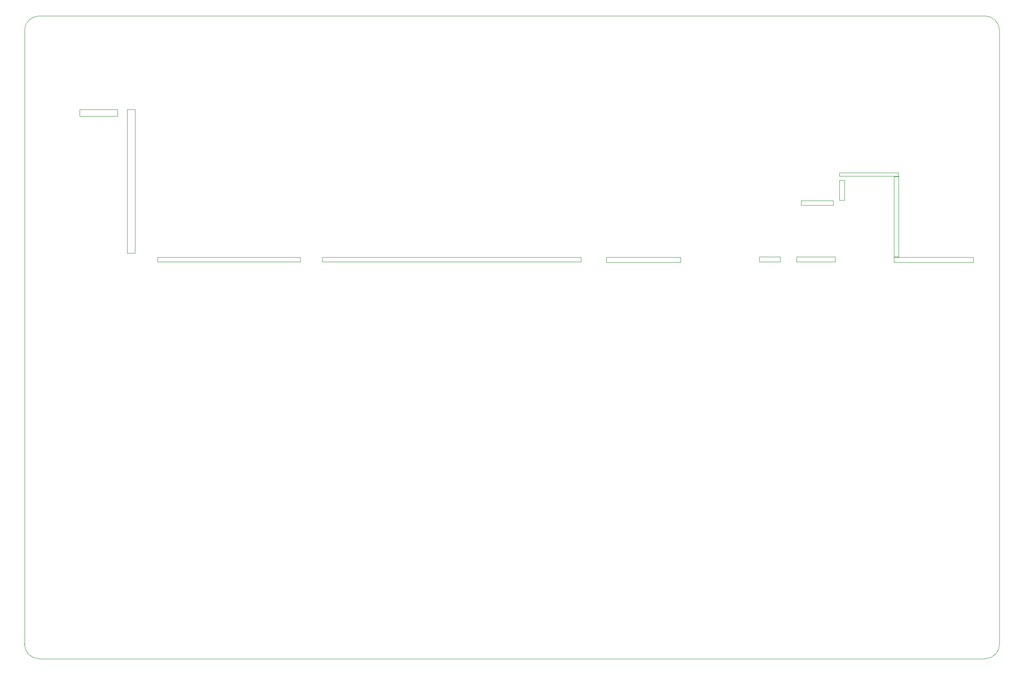
<source format=gbr>
%TF.GenerationSoftware,KiCad,Pcbnew,9.0.5*%
%TF.CreationDate,2025-10-18T22:02:24+01:00*%
%TF.ProjectId,Smart Home Energy Management System,536d6172-7420-4486-9f6d-6520456e6572,rev?*%
%TF.SameCoordinates,Original*%
%TF.FileFunction,Profile,NP*%
%FSLAX46Y46*%
G04 Gerber Fmt 4.6, Leading zero omitted, Abs format (unit mm)*
G04 Created by KiCad (PCBNEW 9.0.5) date 2025-10-18 22:02:24*
%MOMM*%
%LPD*%
G01*
G04 APERTURE LIST*
%TA.AperFunction,Profile*%
%ADD10C,0.050000*%
%TD*%
G04 APERTURE END LIST*
D10*
X111194000Y-72925000D02*
X163794000Y-72925000D01*
X163794000Y-73870000D01*
X111194000Y-73870000D01*
X111194000Y-72925000D01*
X248830000Y-26866000D02*
X248830000Y-151660000D01*
X50740000Y-151660000D02*
X50740000Y-26866000D01*
X245830000Y-154660000D02*
X53740000Y-154660000D01*
X50740000Y-26866000D02*
G75*
G02*
X53740000Y-23866000I3000000J0D01*
G01*
X71585000Y-42867000D02*
X73200000Y-42867000D01*
X73200000Y-72097600D01*
X71585000Y-72097600D01*
X71585000Y-42867000D01*
X199983600Y-72847500D02*
X204266400Y-72847500D01*
X204266400Y-73852500D01*
X199983600Y-73852500D01*
X199983600Y-72847500D01*
X77784000Y-72925000D02*
X106734000Y-72925000D01*
X106734000Y-73845000D01*
X77784000Y-73845000D01*
X77784000Y-72925000D01*
X168971100Y-72925000D02*
X184028900Y-72925000D01*
X184028900Y-73930000D01*
X168971100Y-73930000D01*
X168971100Y-72925000D01*
X216265800Y-55770000D02*
X228270000Y-55770000D01*
X228270000Y-56475000D01*
X216265800Y-56475000D01*
X216265800Y-55770000D01*
X207542200Y-72895000D02*
X215475000Y-72895000D01*
X215475000Y-73900000D01*
X207542200Y-73900000D01*
X207542200Y-72895000D01*
X245830000Y-23866000D02*
G75*
G02*
X248830000Y-26866000I0J-3000000D01*
G01*
X227404700Y-72925000D02*
X243423500Y-72925000D01*
X243423500Y-73930000D01*
X227404700Y-73930000D01*
X227404700Y-72925000D01*
X216260000Y-57287600D02*
X217305000Y-57287600D01*
X217305000Y-61380000D01*
X216260000Y-61380000D01*
X216260000Y-57287600D01*
X61933000Y-42882800D02*
X69647600Y-42882800D01*
X69647600Y-44239200D01*
X61933000Y-44239200D01*
X61933000Y-42882800D01*
X248830000Y-151660000D02*
G75*
G02*
X245830000Y-154660000I-3000000J0D01*
G01*
X53740000Y-154660000D02*
G75*
G02*
X50740000Y-151660000I0J3000000D01*
G01*
X53740000Y-23866000D02*
X245830000Y-23866000D01*
X227395000Y-56516000D02*
X228275000Y-56516000D01*
X228275000Y-72875000D01*
X227395000Y-72875000D01*
X227395000Y-56516000D01*
X208478000Y-61397500D02*
X215014000Y-61397500D01*
X215014000Y-62402500D01*
X208478000Y-62402500D01*
X208478000Y-61397500D01*
M02*

</source>
